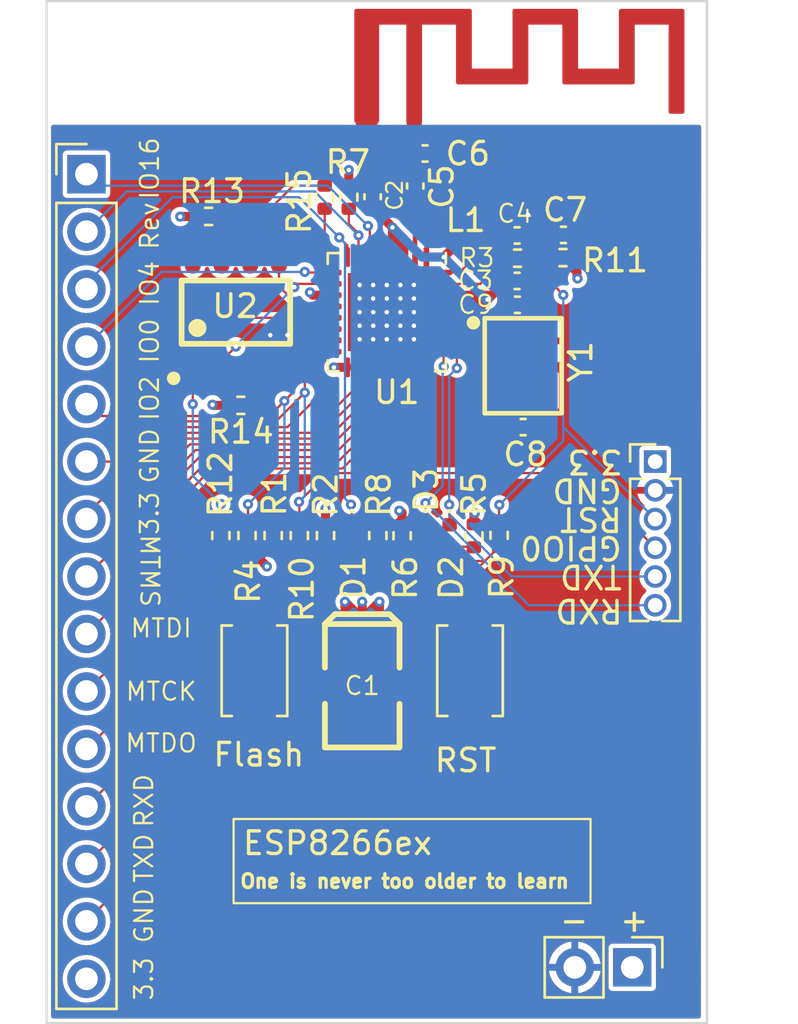
<source format=kicad_pcb>
(kicad_pcb (version 20211014) (generator pcbnew)
  (layers (0 "F.Cu" signal) (1 "In1.Cu" power) (2 "In2.Cu" power) (31 "B.Cu" signal) (34 "B.Paste" user) (35 "F.Paste" user) (36 "B.SilkS" user "B.Silkscreen") (37 "F.SilkS" user "F.Silkscreen") (38 "B.Mask" user) (39 "F.Mask" user) (44 "Edge.Cuts" user))
  (net 0 "")
  (net 1 "+3V3")
  (net 2 "GND")
  (net 3 "Net-(C5-Pad1)")
  (net 4 "Net-(C5-Pad2)")
  (net 5 "/RST")
  (net 6 "Net-(C8-Pad2)")
  (net 7 "Net-(C9-Pad2)")
  (net 8 "/GPIO16")
  (net 9 "Net-(D1-Pad2)")
  (net 10 "/TXD")
  (net 11 "Net-(D2-Pad2)")
  (net 12 "/RXD")
  (net 13 "Net-(D3-Pad2)")
  (net 14 "/GPIO0")
  (net 15 "/ADC_IN")
  (net 16 "/SD3{slash}CS")
  (net 17 "/SD2{slash}GPIO9")
  (net 18 "/SD1{slash}INT")
  (net 19 "/CMD{slash}MOSI")
  (net 20 "/SD0{slash}MISO")
  (net 21 "/SCLK")
  (net 22 "/CHIP_PU")
  (net 23 "/GPIO5")
  (net 24 "/GPIO4")
  (net 25 "/GPIO2")
  (net 26 "/MTMS")
  (net 27 "/MTDI")
  (net 28 "/MTCK")
  (net 29 "/MTDO")
  (net 30 "Net-(R3-Pad2)")
  (net 31 "Net-(R8-Pad2)")
  (net 32 "Net-(R10-Pad2)")
  (net 33 "Net-(R13-Pad1)")
  (net 34 "Net-(R14-Pad1)")
  (net 35 "Net-(R15-Pad1)")
  (footprint "Resistor_SMD:R_0402_1005Metric" (layer "F.Cu") (at 136.608 129.243 -90)
    (fp_text reference "R9")
    (fp_text value "470")
  )
  (footprint "Inductor_SMD:L_0402_1005Metric" (layer "F.Cu") (at 133.372 115.25)
    (fp_text reference "L1")
    (fp_text value "1.5nH")
  )
  (footprint "Resistor_SMD:R_0402_1005Metric" (layer "F.Cu") (at 131.246501 129.255207 -90)
    (fp_text reference "R8")
    (fp_text value "0")
  )
  (footprint "LED_SMD:LED_0402_1005Metric" (layer "F.Cu") (at 134.42161 129.263 -90)
    (fp_text reference "D2")
    (fp_text value "TXD")
  )
  (footprint "Package_DFN_QFN:QFN-32-1EP_5x5mm_P0.5mm_EP3.45x3.45mm" (layer "F.Cu") (at 131.642 119.38 -90)
    (fp_text reference "U1")
    (fp_text value "ESP8266EX")
  )
  (footprint "Resistor_SMD:R_0402_1005Metric" (layer "F.Cu") (at 135.49322 129.263 -90)
    (fp_text reference "R5")
    (fp_text value "1k")
  )
  (footprint "Capacitor_SMD:C_0402_1005Metric" (layer "F.Cu") (at 131.016006 114.28 -90)
    (fp_text reference "C2")
    (fp_text value "1uF")
  )
  (footprint "Capacitor_SMD:C_0402_1005Metric" (layer "F.Cu") (at 139.452 115.965 180)
    (fp_text reference "C7")
    (fp_text value "470pf")
  )
  (footprint "Resistor_SMD:R_0402_1005Metric" (layer "F.Cu") (at 139.432 116.97)
    (fp_text reference "R11")
    (fp_text value "12K")
  )
  (footprint "Connector_PinHeader_2.54mm:PinHeader_1x15_P2.54mm_Vertical" (layer "F.Cu") (at 118.364 113.284)
    (fp_text reference "J4")
    (fp_text value "Conn_01x15_Female")
  )
  (footprint "My-lib-footprints:RF_2.4GHZ_15.2MM" (layer "F.Cu") (at 132.844 110.974078)
    (fp_text reference "E1")
    (fp_text value "ANTENNA-GROUNDEDTRACE-15.2MM")
  )
  (footprint "Resistor_SMD:R_0402_1005Metric" (layer "F.Cu") (at 125.189 123.5 180)
    (fp_text reference "R14")
    (fp_text value "10K")
  )
  (footprint "My-lib:Button_SMD,3x4x2mm" (layer "F.Cu") (at 125.791 135.2275 -90)
    (fp_text reference "SW2")
    (fp_text value "Flash")
  )
  (footprint "Resistor_SMD:R_0402_1005Metric" (layer "F.Cu") (at 123.765 115.15 180)
    (fp_text reference "R13")
    (fp_text value "10K")
  )
  (footprint "Capacitor_SMD:C_0402_1005Metric" (layer "F.Cu") (at 137.402 118 180)
    (fp_text reference "C3")
    (fp_text value "10uF")
  )
  (footprint "Resistor_SMD:R_0402_1005Metric" (layer "F.Cu") (at 137.422 116.995 180)
    (fp_text reference "R3")
    (fp_text value "12K")
  )
  (footprint "lc_lib:CASE-B_3528" (layer "F.Cu") (at 130.556 135.89 90)
    (fp_text reference "C1")
    (fp_text value "100uf")
  )
  (footprint "Capacitor_SMD:C_0402_1005Metric" (layer "F.Cu") (at 137.414358 119.055837 180)
    (fp_text reference "C9")
    (fp_text value "10pF")
  )
  (footprint "lc_lib:SOP-8_150MIL" (layer "F.Cu") (at 124.97 119.38)
    (fp_text reference "U2")
    (fp_text value "Flash_SOP-8_150mil")
  )
  (footprint "Connector_PinHeader_1.27mm:PinHeader_1x06_P1.27mm_Vertical" (layer "F.Cu") (at 143.51 125.984)
    (fp_text reference "J2")
    (fp_text value "TTL")
  )
  (footprint "LED_SMD:LED_0402_1005Metric" (layer "F.Cu") (at 133.35 129.263 -90)
    (fp_text reference "D3")
    (fp_text value "RXD")
  )
  (footprint "Capacitor_SMD:C_0402_1005Metric" (layer "F.Cu") (at 137.67 124.46)
    (fp_text reference "C8")
    (fp_text value "10pF")
  )
  (footprint "LED_SMD:LED_0402_1005Metric" (layer "F.Cu") (at 130.089724 129.255207 -90)
    (fp_text reference "D1")
    (fp_text value "3.3")
  )
  (footprint "Resistor_SMD:R_0402_1005Metric" (layer "F.Cu") (at 125.462616 129.255207 -90)
    (fp_text reference "R4")
    (fp_text value "12K")
  )
  (footprint "Resistor_SMD:R_0402_1005Metric" (layer "F.Cu") (at 128.896006 114.3 -90)
    (fp_text reference "R15")
    (fp_text value "50")
  )
  (footprint "Capacitor_SMD:C_0402_1005Metric" (layer "F.Cu") (at 132.90103 113.805654 -90)
    (fp_text reference "C5")
    (fp_text value "8.2pF")
  )
  (footprint "My-lib:Button_SMD,3x4x2mm" (layer "F.Cu") (at 135.321 135.2275 -90)
    (fp_text reference "SW1")
    (fp_text value "RST")
  )
  (footprint "Connector_PinHeader_2.54mm:PinHeader_1x02_P2.54mm_Vertical" (layer "F.Cu") (at 142.494 148.336 -90)
    (fp_text reference "J1")
    (fp_text value "power")
  )
  (footprint "Capacitor_SMD:C_0402_1005Metric" (layer "F.Cu") (at 137.402 115.99 180)
    (fp_text reference "C4")
    (fp_text value "0.1uF")
  )
  (footprint "Resistor_SMD:R_0402_1005Metric" (layer "F.Cu") (at 127.77617 129.255207 -90)
    (fp_text reference "R10")
    (fp_text value "470")
  )
  (footprint "Capacitor_SMD:C_0402_1005Metric" (layer "F.Cu") (at 133.332687 112.368194 180)
    (fp_text reference "C6")
    (fp_text value "2.4pF")
  )
  (footprint "Resistor_SMD:R_0402_1005Metric" (layer "F.Cu") (at 124.305839 129.255207 -90)
    (fp_text reference "R12")
    (fp_text value "12K")
  )
  (footprint "Resistor_SMD:R_0402_1005Metric" (layer "F.Cu") (at 128.932947 129.255207 -90)
    (fp_text reference "R2")
    (fp_text value "470")
  )
  (footprint "Resistor_SMD:R_0402_1005Metric" (layer "F.Cu") (at 132.32 129.263 -90)
    (fp_text reference "R6")
    (fp_text value "1k")
  )
  (footprint "Resistor_SMD:R_0402_1005Metric" (layer "F.Cu") (at 126.619393 129.255207 -90)
    (fp_text reference "R1")
    (fp_text value "12K")
  )
  (footprint "Resistor_SMD:R_0402_1005Metric" (layer "F.Cu") (at 129.961006 114.3 90)
    (fp_text reference "R7")
    (fp_text value "12k")
  )
  (footprint "lc_lib:SMD-3225_4P" (layer "F.Cu") (at 137.671152 121.749257 -90)
    (fp_text reference "Y1")
    (fp_text value "26MHz")
  )
  (gr_rect (start 124.87 141.78) (end 140.65 145.5) (layer "F.SilkS") (width 0.1) (fill none))
  (gr_rect (start 145.796 105.635) (end 116.6 150.8) (layer "Edge.Cuts") (width 0.1) (fill none))
  (gr_text "RST" (at 140.666 128.524 180) (layer "F.SilkS") (effects (font (size 1 1))))
  (gr_text "-" (at 139.924 146.25) (layer "F.SilkS") (effects (font (size 1 1))))
  (gr_text "TXD" (at 120.904 143.51 90) (layer "F.SilkS") (effects (font (size 0.8 0.8) (thickness 0.1))))
  (gr_text "GND" (at 121.158 125.73 90) (layer "F.SilkS") (effects (font (size 0.8 0.8) (thickness 0.1))))
  (gr_text "3.3\n" (at 140.832667 125.984 180) (layer "F.SilkS") (effects (font (size 1 1))))
  (gr_text "GPIO0" (at 139.785048 129.794 180) (layer "F.SilkS") (effects (font (size 1 1))))
  (gr_text "MTDO\n" (at 121.666 138.43) (layer "F.SilkS") (effects (font (size 0.8 0.8) (thickness 0.1))))
  (gr_text "IO16" (at 121.158 113.03 90) (layer "F.SilkS") (effects (font (size 0.8 0.8) (thickness 0.1))))
  (gr_text "GND" (at 120.904 146.05 90) (layer "F.SilkS") (effects (font (size 0.8 0.8) (thickness 0.1))))
  (gr_text "+" (at 142.585334 146.25) (layer "F.SilkS") (effects (font (size 1 1))))
  (gr_text "One is never too older to learn" (at 132.43 144.53) (layer "F.SilkS") (effects (font (size 0.6 0.6))))
  (gr_text "IO0" (at 121.158 120.65 90) (layer "F.SilkS") (effects (font (size 0.8 0.8) (thickness 0.1))))
  (gr_text "RXD" (at 140.581046 132.574063 180) (layer "F.SilkS") (effects (font (size 1 1))))
  (gr_text "Rev" (at 121.158 115.57 90) (layer "F.SilkS") (effects (font (size 0.8 0.8) (thickness 0.1))))
  (gr_text "IO2" (at 121.158 123.19 90) (layer "F.SilkS") (effects (font (size 0.8 0.8) (thickness 0.1))))
  (gr_text "3.3\n" (at 121.158 128.27 90) (layer "F.SilkS") (effects (font (size 0.8 0.8) (thickness 0.1))))
  (gr_text "MTCK\n" (at 121.666 136.144) (layer "F.SilkS") (effects (font (size 0.8 0.8) (thickness 0.1))))
  (gr_text "IO4" (at 121.158 118.11 90) (layer "F.SilkS") (effects (font (size 0.8 0.8) (thickness 0.1))))
  (gr_text "GND\n" (at 140.499334 127.254 180) (layer "F.SilkS") (effects (font (size 1 1))))
  (gr_text "RXD\n" (at 120.904 140.97 90) (layer "F.SilkS") (effects (font (size 0.8 0.8) (thickness 0.1))))
  (gr_text "MTMS\n" (at 121.158 130.81 270) (layer "F.SilkS") (effects (font (size 0.8 0.8) (thickness 0.1))))
  (gr_text "ESP8266ex" (at 129.46 142.85) (layer "F.SilkS") (effects (font (size 1 1))))
  (gr_text "3.3\n" (at 120.904 148.844 90) (layer "F.SilkS") (effects (font (size 0.8 0.8) (thickness 0.1))))
  (gr_text "MTDI\n" (at 121.666 133.35) (layer "F.SilkS") (effects (font (size 0.8 0.8) (thickness 0.1))))
  (gr_text "TXD" (at 140.666 131.064 180) (layer "F.SilkS") (effects (font (size 1 1))))
  (segment (start 123.065 115.34) (end 123.255 115.15) (width 0.4) (layer "F.Cu") (net 1))
  (segment (start 132.392 116.135994) (end 131.892 115.635994) (width 0.4) (layer "F.Cu") (net 1))
  (segment (start 134.150543 116.9425) (end 134.158924 116.950881) (width 0.4) (layer "F.Cu") (net 1))
  (segment (start 132.224489 128.146772) (end 132.202145 128.146772) (width 0.4) (layer "F.Cu") (net 1))
  (segment (start 132.392 116.9425) (end 132.392 116.135994) (width 0.4) (layer "F.Cu") (net 1))
  (segment (start 131.892 116.635994) (end 132.010997 116.516997) (width 0.4) (layer "F.Cu") (net 1))
  (segment (start 126.075293 129.765207) (end 126.619393 129.765207) (width 0.4) (layer "F.Cu") (net 1))
  (segment (start 136.0825 118.8395) (end 136.098 118.824) (width 0.4) (layer "F.Cu") (net 1))
  (segment (start 139.942 116.97) (end 139.942 117.495716) (width 0.4) (layer "F.Cu") (net 1))
  (segment (start 128.369407 118.63) (end 128.243907 118.5045) (width 0.4) (layer "F.Cu") (net 1))
  (segment (start 133.392 116.9425) (end 134.150543 116.9425) (width 0.4) (layer "F.Cu") (net 1))
  (segment (start 135.119805 115.99) (end 136.922 115.99) (width 0.4) (layer "F.Cu") (net 1))
  (segment (start 122.520205 115.15) (end 122.511816 115.158389) (width 0.4) (layer "F.Cu") (net 1))
  (segment (start 124.679 123.5) (end 123.963968 123.5) (width 0.4) (layer "F.Cu") (net 1))
  (segment (start 130.556 134.39) (end 130.556 132.1795) (width 0.4) (layer "F.Cu") (net 1))
  (segment (start 130.556 132.9415) (end 129.794 132.1795) (width 0.4) (layer "F.Cu") (net 1))
  (segment (start 135.792 119.13) (end 136.098 118.824) (width 0.4) (layer "F.Cu") (net 1))
  (segment (start 123.255 115.15) (end 122.520205 115.15) (width 0.4) (layer "F.Cu") (net 1))
  (segment (start 131.892 116.9425) (end 131.892 116.635994) (width 0.4) (layer "F.Cu") (net 1))
  (segment (start 129.2045 118.63) (end 128.369407 118.63) (width 0.4) (layer "F.Cu") (net 1))
  (segment (start 128.932947 128.074408) (end 128.932739 128.0742) (width 0.4) (layer "F.Cu") (net 1))
  (segment (start 134.0795 118.8395) (end 136.0825 118.8395) (width 0.4) (layer "F.Cu") (net 1))
  (segment (start 130.556 134.39) (end 130.556 132.9415) (width 0.4) (layer "F.Cu") (net 1))
  (segment (start 126.075293 130.356442) (end 126.341843 130.622992) (width 0.4) (layer "F.Cu") (net 1))
  (segment (start 132.392 116.898) (end 132.010997 116.516997) (width 0.4) (layer "F.Cu") (net 1))
  (segment (start 129.961006 113.101843) (end 129.963353 113.099496) (width 0.4) (layer "F.Cu") (net 1))
  (segment (start 131.892 115.635994) (end 132.264997 116.008991) (width 0.4) (layer "F.Cu") (net 1))
  (segment (start 132.32 128.242284) (end 132.224489 128.146772) (width 0.4) (layer "F.Cu") (net 1))
  (segment (start 129.794 132.1795) (end 129.794 133.628) (width 0.4) (layer "F.Cu") (net 1))
  (segment (start 134.158924 116.950881) (end 135.119805 115.99) (width 0.4) (layer "F.Cu") (net 1))
  (segment (start 134.0795 118.63) (end 136.292 118.63) (width 0.4) (layer "F.Cu") (net 1))
  (segment (start 123.963968 123.5) (end 123.93685 123.472882) (width 0.4) (layer "F.Cu") (net 1))
  (segment (start 134.0795 118.8395) (end 134.0795 118.63) (width 0.4) (layer "F.Cu") (net 1))
  (segment (start 126.075293 129.765207) (end 126.075293 130.356442) (width 0.4) (layer "F.Cu") (net 1))
  (segment (start 130.556 132.9415) (end 131.318 132.1795) (width 0.4) (layer "F.Cu") (net 1))
  (segment (start 128.932947 128.745207) (end 128.932947 128.074408) (width 0.4) (layer "F.Cu") (net 1))
  (segment (start 134.0795 119.13) (end 134.0795 118.8395) (width 0.4) (layer "F.Cu") (net 1))
  (segment (start 132.32 128.753) (end 132.32 128.242284) (width 0.4) (layer "F.Cu") (net 1))
  (segment (start 132.392 116.9425) (end 132.392 116.898) (width 0.4) (layer "F.Cu") (net 1))
  (segment (start 132.010997 116.516997) (end 132.264997 116.262997) (width 0.4) (layer "F.Cu") (net 1))
  (segment (start 136.292 118.63) (end 136.922 118) (width 0.4) (layer "F.Cu") (net 1))
  (segment (start 140.051511 117.869243) (end 140.0765 117.894232) (width 0.4) (layer "F.Cu") (net 1))
  (segment (start 132.264997 116.262997) (end 132.392 116.135994) (width 0.4) (layer "F.Cu") (net 1))
  (segment (start 134.0795 119.13) (end 135.792 119.13) (width 0.4) (layer "F.Cu") (net 1))
  (segment (start 131.318 132.1795) (end 131.318 133.628) (width 0.4) (layer "F.Cu") (net 1))
  (segment (start 132.202145 128.146772) (end 132.195647 128.15327) (width 0.4) (layer "F.Cu") (net 1))
  (segment (start 131.892 115.635994) (end 131.892 116.9425) (width 0.4) (layer "F.Cu") (net 1))
  (segment (start 129.308324 121.8175) (end 129.30148 121.824344) (width 0.4) (layer "F.Cu") (net 1))
  (segment (start 129.961006 113.79) (end 129.961006 113.101843) (width 0.4) (layer "F.Cu") (net 1))
  (segment (start 140.051511 117.605228) (end 140.051511 117.869243) (width 0.4) (layer "F.Cu") (net 1))
  (segment (start 129.892 121.8175) (end 129.308324 121.8175) (width 0.4) (layer "F.Cu") (net 1))
  (segment (start 132.264997 116.008991) (end 132.264997 116.262997) (width 0.4) (layer "F.Cu") (net 1))
  (segment (start 139.942 117.495716) (end 140.051511 117.605228) (width 0.4) (layer "F.Cu") (net 1))
  (segment (start 131.016006 114.76) (end 131.892 115.635994) (width 0.4) (layer "F.Cu") (net 1))
  (segment (start 135.49322 128.3037) (end 135.532897 128.264023) (width 0.4) (layer "F.Cu") (net 1))
  (segment (start 123.065 116.78) (end 123.065 115.34) (width 0.4) (layer "F.Cu") (net 1))
  (segment (start 135.49322 128.753) (end 135.49322 128.3037) (width 0.4) (layer "F.Cu") (net 1))
  (segment (start 131.892 116.9425) (end 132.392 116.9425) (width 0.4) (layer "F.Cu") (net 1))
  (segment (start 136.292 118.63) (end 136.098 118.824) (width 0.4) (layer "F.Cu") (net 1))
  (segment (start 131.318 133.628) (end 130.556 134.39) (width 0.4) (layer "F.Cu") (net 1))
  (segment (start 125.462616 129.765207) (end 126.075293 129.765207) (width 0.4) (layer "F.Cu") (net 1))
  (segment (start 129.794 133.628) (end 130.556 134.39) (width 0.4) (layer "F.Cu") (net 1))
  (via (at 122.511816 115.158389) (size 0.45) (drill 0.2) (layers "F.Cu" "B.Cu") (net 1))
  (via (at 129.963353 113.099496) (size 0.45) (drill 0.2) (layers "F.Cu" "B.Cu") (net 1))
  (via (at 140.0765 117.894232) (size 0.45) (drill 0.2) (layers "F.Cu" "B.Cu") (net 1))
  (via (at 135.532897 128.264023) (size 0.45) (drill 0.2) (layers "F.Cu" "B.Cu") (net 1))
  (via (at 132.195647 128.15327) (size 0.45) (drill 0.2) (layers "F.Cu" "B.Cu") (net 1))
  (via (at 130.556 132.1795) (size 0.45) (drill 0.2) (layers "F.Cu" "B.Cu") (net 1))
  (via (at 134.158924 116.950881) (size 0.45) (drill 0.2) (layers "F.Cu" "B.Cu") (net 1))
  (via (at 128.243907 118.5045) (size 0.45) (drill 0.2) (layers "F.Cu" "B.Cu") (net 1))
  (via (at 128.932739 128.0742) (size 0.45) (drill 0.2) (layers "F.Cu" "B.Cu") (net 1))
  (via (at 136.098 118.824) (size 0.45) (drill 0.2) (layers "F.Cu" "B.Cu") (net 1))
  (via (at 129.794 132.1795) (size 0.45) (drill 0.2) (layers "F.Cu" "B.Cu") (net 1))
  (via (at 126.341843 130.622992) (size 0.45) (drill 0.2) (layers "F.Cu" "B.Cu") (net 1))
  (via (at 131.318 132.1795) (size 0.45) (drill 0.2) (layers "F.Cu" "B.Cu") (net 1))
  (via (at 123.93685 123.472882) (size 0.45) (drill 0.2) (layers "F.Cu" "B.Cu") (net 1))
  (via (at 129.30148 121.824344) (size 0.45) (drill 0.2) (layers "F.Cu" "B.Cu") (net 1))
  (via (at 131.892 115.635994) (size 0.45) (drill 0.2) (layers "F.Cu" "B.Cu") (net 1))
  (segment (start 136.098 118.824) (end 136.032043 118.824) (width 0.4) (layer "B.Cu") (net 1))
  (segment (start 136.032043 118.824) (end 134.158924 116.950881) (width 0.4) (layer "B.Cu") (net 1))
  (segment (start 133.206887 116.950881) (end 131.892 115.635994) (width 0.4) (layer "B.Cu") (net 1))
  (segment (start 134.158924 116.950881) (end 133.206887 116.950881) (width 0.4) (layer "B.Cu") (net 1))
  (segment (start 137.882 115.99) (end 137.882 115.072204) (width 0.4) (layer "F.Cu") (net 2))
  (via (at 131.042 118.78) (size 0.45) (drill 0.2) (layers "F.Cu" "B.Cu") (net 2))
  (via (at 132.242 120.58) (size 0.45) (drill 0.2) (layers "F.Cu" "B.Cu") (net 2))
  (via (at 132.842 119.38) (size 0.45) (drill 0.2) (layers "F.Cu" "B.Cu") (net 2))
  (via (at 132.842 119.98) (size 0.45) (drill 0.2) (layers "F.Cu" "B.Cu") (net 2))
  (via (at 132.842 118.78) (size 0.45) (drill 0.2) (layers "F.Cu" "B.Cu") (net 2))
  (via (at 131.642 120.58) (size 0.45) (drill 0.2) (layers "F.Cu" "B.Cu") (net 2))
  (via (at 131.642 119.38) (size 0.45) (drill 0.2) (layers "F.Cu" "B.Cu") (net 2))
  (via (at 132.242 119.38) (size 0.45) (drill 0.2) (layers "F.Cu" "B.Cu") (net 2))
  (via (at 132.242 119.98) (size 0.45) (drill 0.2) (layers "F.Cu" "B.Cu") (net 2))
  (via (at 132.842 120.58) (size 0.45) (drill 0.2) (layers "F.Cu" "B.Cu") (net 2))
  (via (at 130.442 119.38) (size 0.45) (drill 0.2) (layers "F.Cu" "B.Cu") (net 2))
  (via (at 131.042 119.38) (size 0.45) (drill 0.2) (layers "F.Cu" "B.Cu") (net 2))
  (via (at 132.242 118.78) (size 0.45) (drill 0.2) (layers "F.Cu" "B.Cu") (net 2))
  (via (at 132.242 118.18) (size 0.45) (drill 0.2) (layers "F.Cu" "B.Cu") (net 2))
  (via (at 130.442 119.98) (size 0.45) (drill 0.2) (layers "F.Cu" "B.Cu") (net 2))
  (via (at 131.042 118.18) (size 0.45) (drill 0.2) (layers "F.Cu" "B.Cu") (net 2))
  (via (at 132.842 118.18) (size 0.45) (drill 0.2) (layers "F.Cu" "B.Cu") (net 2))
  (via (at 126.492 120.396) (size 0.45) (drill 0.2) (layers "F.Cu" "B.Cu") (net 2))
  (via (at 131.042 120.58) (size 0.45) (drill 0.2) (layers "F.Cu" "B.Cu") (net 2))
  (via (at 137.882 115.072204) (size 0.45) (drill 0.2) (layers "F.Cu" "B.Cu") (net 2))
  (via (at 127.254 120.396) (size 0.45) (drill 0.2) (layers "F.Cu" "B.Cu") (net 2))
  (via (at 131.642 118.78) (size 0.45) (drill 0.2) (layers "F.Cu" "B.Cu") (net 2))
  (via (at 131.042 119.98) (size 0.45) (drill 0.2) (layers "F.Cu" "B.Cu") (net 2))
  (via (at 131.642 118.18) (size 0.45) (drill 0.2) (layers "F.Cu" "B.Cu") (net 2))
  (via (at 131.642 119.98) (size 0.45) (drill 0.2) (layers "F.Cu" "B.Cu") (net 2))
  (via (at 130.442 118.78) (size 0.45) (drill 0.2) (layers "F.Cu" "B.Cu") (net 2))
  (via (at 130.442 118.18) (size 0.45) (drill 0.2) (layers "F.Cu" "B.Cu") (net 2))
  (via (at 130.442 120.58) (size 0.45) (drill 0.2) (layers "F.Cu" "B.Cu") (net 2))
  (segment (start 132.852687 111.325064) (end 132.854954 111.322797) (width 0.2) (layer "F.Cu") (net 3))
  (segment (start 132.90103 113.325654) (end 132.90103 112.416537) (width 0.2) (layer "F.Cu") (net 3))
  (segment (start 132.90103 112.416537) (end 132.852687 112.368194) (width 0.2) (layer "F.Cu") (net 3))
  (segment (start 132.852687 112.368194) (end 132.852687 111.325064) (width 0.2) (layer "F.Cu") (net 3))
  (segment (start 132.887 115.25) (end 132.887 114.299684) (width 0.2) (layer "F.Cu") (net 4))
  (segment (start 132.887 114.299684) (end 132.90103 114.285654) (width 0.2) (layer "F.Cu") (net 4))
  (segment (start 132.892 116.9425) (end 132.892 115.255) (width 0.2) (layer "F.Cu") (net 4))
  (segment (start 132.892 115.255) (end 132.887 115.25) (width 0.2) (layer "F.Cu") (net 4))
  (segment (start 134.0795 117.63) (end 134.848 117.63) (width 0.1) (layer "F.Cu") (net 5))
  (segment (start 138.459586 116.477414) (end 138.972 115.965) (width 0.1) (layer "F.Cu") (net 5))
  (segment (start 138.922 116.97) (end 138.922 118.094) (width 0.1) (layer "F.Cu") (net 5))
  (segment (start 134.848 117.63) (end 136.000586 116.477414) (width 0.1) (layer "F.Cu") (net 5))
  (segment (start 138.922 116.939828) (end 138.459586 116.477414) (width 0.1) (layer "F.Cu") (net 5))
  (segment (start 138.922 118.094) (end 139.446 118.618) (width 0.1) (layer "F.Cu") (net 5))
  (segment (start 136.000586 116.477414) (end 138.459586 116.477414) (width 0.1) (layer "F.Cu") (net 5))
  (segment (start 136.608 128.733) (end 136.608 127.906104) (width 0.1) (layer "F.Cu") (net 5))
  (segment (start 138.922 116.97) (end 138.922 116.939828) (width 0.1) (layer "F.Cu") (net 5))
  (segment (start 136.608 127.906104) (end 136.618467 127.895637) (width 0.1) (layer "F.Cu") (net 5))
  (via (at 136.618467 127.895637) (size 0.45) (drill 0.2) (layers "F.Cu" "B.Cu") (net 5))
  (via (at 139.446 118.618) (size 0.45) (drill 0.2) (layers "F.Cu" "B.Cu") (net 5))
  (segment (start 139.446 118.618) (end 139.446 124.206) (width 0.1) (layer "B.Cu") (net 5))
  (segment (start 139.446 124.46) (end 143.51 128.524) (width 0.1) (layer "B.Cu") (net 5))
  (segment (start 136.618467 127.895637) (end 139.446 125.068104) (width 0.1) (layer "B.Cu") (net 5))
  (segment (start 139.446 125.068104) (end 139.446 124.206) (width 0.1) (layer "B.Cu") (net 5))
  (segment (start 139.446 124.206) (end 139.446 124.46) (width 0.1) (layer "B.Cu") (net 5))
  (segment (start 138.15 124.46) (end 138.471152 124.138848) (width 0.1) (layer "F.Cu") (net 6))
  (segment (start 136.313873 121.666) (end 137.478948 121.666) (width 0.1) (layer "F.Cu") (net 6))
  (segment (start 138.471152 124.138848) (end 138.471152 122.849257) (width 0.1) (layer "F.Cu") (net 6))
  (segment (start 134.777873 120.13) (end 136.313873 121.666) (width 0.1) (layer "F.Cu") (net 6))
  (segment (start 138.471152 122.658204) (end 138.471152 122.849257) (width 0.1) (layer "F.Cu") (net 6))
  (segment (start 137.478948 121.666) (end 138.471152 122.658204) (width 0.1) (layer "F.Cu") (net 6))
  (segment (start 134.0795 120.13) (end 134.777873 120.13) (width 0.1) (layer "F.Cu") (net 6))
  (segment (start 135.637257 120.649257) (end 136.871152 120.649257) (width 0.1) (layer "F.Cu") (net 7))
  (segment (start 134.0795 119.63) (end 134.618 119.63) (width 0.1) (layer "F.Cu") (net 7))
  (segment (start 136.871152 119.119043) (end 136.934358 119.055837) (width 0.1) (layer "F.Cu") (net 7))
  (segment (start 136.871152 120.649257) (end 136.871152 119.119043) (width 0.1) (layer "F.Cu") (net 7))
  (segment (start 134.618 119.63) (end 135.637257 120.649257) (width 0.1) (layer "F.Cu") (net 7))
  (segment (start 131.221501 128.770207) (end 131.246501 128.745207) (width 0.1) (layer "F.Cu") (net 8))
  (segment (start 130.089724 128.770207) (end 131.221501 128.770207) (width 0.1) (layer "F.Cu") (net 8))
  (segment (start 130.089724 128.770207) (end 130.089724 127.914328) (width 0.1) (layer "F.Cu") (net 8))
  (segment (start 129.892 116.9425) (end 129.892 116.43) (width 0.1) (layer "F.Cu") (net 8))
  (segment (start 129.892 116.43) (end 129.54 116.078) (width 0.1) (layer "F.Cu") (net 8))
  (segment (start 130.089724 127.914328) (end 130.060572 127.885176) (width 0.1) (layer "F.Cu") (net 8))
  (via (at 129.54 116.078) (size 0.45) (drill 0.2) (layers "F.Cu" "B.Cu") (net 8))
  (via (at 130.060572 127.885176) (size 0.45) (drill 0.2) (layers "F.Cu" "B.Cu") (net 8))
  (segment (start 122.174 114.3) (end 118.364 118.11) (width 0.1) (layer "B.Cu") (net 8))
  (segment (start 129.794 127.618604) (end 129.794 116.332) (width 0.1) (layer "B.Cu") (net 8))
  (segment (start 127.762 114.3) (end 122.174 114.3) (width 0.1) (layer "B.Cu") (net 8))
  (segment (start 129.794 116.332) (end 129.54 116.078) (width 0.1) (layer "B.Cu") (net 8))
  (segment (start 129.54 116.078) (end 127.762 114.3) (width 0.1) (layer "B.Cu") (net 8))
  (segment (start 118.364 118.11) (end 118.364 118.364) (width 0.1) (layer "B.Cu") (net 8))
  (segment (start 130.060572 127.885176) (end 129.794 127.618604) (width 0.1) (layer "B.Cu") (net 8))
  (segment (start 128.932947 129.765207) (end 130.064724 129.765207) (width 0.1) (layer "F.Cu") (net 9))
  (segment (start 130.064724 129.765207) (end 130.089724 129.740207) (width 0.1) (layer "F.Cu") (net 9))
  (segment (start 134.316841 120.63) (end 134.0795 120.63) (width 0.1) (layer "F.Cu") (net 10))
  (segment (start 134.402665 127.889523) (end 134.42161 128.778) (width 0.1) (layer "F.Cu") (net 10))
  (segment (start 134.7408 121.053959) (end 134.316841 120.63) (width 0.1) (layer "F.Cu") (net 10))
  (segment (start 134.7408 121.855775) (end 134.7408 121.053959) (width 0.1) (layer "F.Cu") (net 10))
  (via (at 134.402665 127.889523) (size 0.45) (drill 0.2) (layers "F.Cu" "B.Cu") (net 10))
  (via (at 134.7408 121.855775) (size 0.45) (drill 0.2) (layers "F.Cu" "B.Cu") (net 10))
  (segment (start 134.402665 127.889523) (end 134.402665 128.306665) (width 0.1) (layer "B.Cu") (net 10))
  (segment (start 137.16 131.064) (end 143.51 131.064) (width 0.1) (layer "B.Cu") (net 10))
  (segment (start 134.402665 128.306665) (end 137.16 131.064) (width 0.1) (layer "B.Cu") (net 10))
  (segment (start 134.402665 122.19391) (end 134.7408 121.855775) (width 0.1) (layer "B.Cu") (net 10))
  (segment (start 134.402665 127.889523) (end 134.402665 122.19391) (width 0.1) (layer "B.Cu") (net 10))
  (segment (start 135.46822 129.748) (end 135.49322 129.773) (width 0.1) (layer "F.Cu") (net 11))
  (segment (start 134.42161 129.748) (end 135.46822 129.748) (width 0.1) (layer "F.Cu") (net 11))
  (segment (start 134.156177 121.206677) (end 134.0795 121.13) (width 0.1) (layer "F.Cu") (net 12))
  (segment (start 134.156177 121.78034) (end 134.156177 121.206677) (width 0.1) (layer "F.Cu") (net 12))
  (segment (start 133.35 127.8225) (end 133.35 128.778) (width 0.1) (layer "F.Cu") (net 12))
  (via (at 134.156177 121.78034) (size 0.45) (drill 0.2) (layers "F.Cu" "B.Cu") (net 12))
  (via (at 133.35 127.8225) (size 0.45) (drill 0.2) (layers "F.Cu" "B.Cu") (net 12))
  (segment (start 134.112 127.070162) (end 134.112 121.824517) (width 0.1) (layer "B.Cu") (net 12))
  (segment (start 137.922 132.334) (end 143.51 132.334) (width 0.1) (layer "B.Cu") (net 12))
  (segment (start 133.359662 127.8225) (end 134.112 127.070162) (width 0.1) (layer "B.Cu") (net 12))
  (segment (start 133.35 127.8225) (end 133.359662 127.8225) (width 0.1) (layer "B.Cu") (net 12))
  (segment (start 134.112 121.824517) (end 134.156177 121.78034) (width 0.1) (layer "B.Cu") (net 12))
  (segment (start 133.35 127.8225) (end 133.4105 127.8225) (width 0.1) (layer "B.Cu") (net 12))
  (segment (start 133.4105 127.8225) (end 137.922 132.334) (width 0.1) (layer "B.Cu") (net 12))
  (segment (start 133.325 129.773) (end 133.35 129.748) (width 0.1) (layer "F.Cu") (net 13))
  (segment (start 132.32 129.773) (end 133.325 129.773) (width 0.1) (layer "F.Cu") (net 13))
  (segment (start 129.032 126.492) (end 140.208 126.492) (width 0.1) (layer "F.Cu") (net 14))
  (segment (start 121.92 124.206) (end 120.142 125.984) (width 0.1) (layer "F.Cu") (net 14))
  (segment (start 120.142 125.984) (end 118.364 125.984) (width 0.1) (layer "F.Cu") (net 14))
  (segment (start 127.77617 128.745207) (end 127.77617 127.77617) (width 0.1) (layer "F.Cu") (net 14))
  (segment (start 127.762 127.762) (end 129.032 126.492) (width 0.1) (layer "F.Cu") (net 14))
  (segment (start 126.619393 128.745207) (end 127.77617 128.745207) (width 0.1) (layer "F.Cu") (net 14))
  (segment (start 127.77617 127.77617) (end 127.762 127.762) (width 0.1) (layer "F.Cu") (net 14))
  (segment (start 128.016 121.333672) (end 128.016 122.936) (width 0.1) (layer "F.Cu") (net 14))
  (segment (start 129.2045 120.63) (end 128.719672 120.63) (width 0.1) (layer "F.Cu") (net 14))
  (segment (start 126.746 124.206) (end 121.92 124.206) (width 0.1) (layer "F.Cu") (net 14))
  (segment (start 128.016 122.936) (end 126.746 124.206) (width 0.1) (layer "F.Cu") (net 14))
  (segment (start 128.719672 120.63) (end 128.016 121.333672) (width 0.1) (layer "F.Cu") (net 14))
  (segment (start 140.208 126.492) (end 143.51 129.794) (width 0.1) (layer "F.Cu") (net 14))
  (via (at 127.762 127.762) (size 0.45) (drill 0.2) (layers "F.Cu" "B.Cu") (net 14))
  (via (at 128.016 122.936) (size 0.45) (drill 0.2) (layers "F.Cu" "B.Cu") (net 14))
  (segment (start 128.016 127.508) (end 128.016 122.936) (width 0.1) (layer "B.Cu") (net 14))
  (segment (start 127.762 127.762) (end 128.016 127.508) (width 0.1) (layer "B.Cu") (net 14))
  (segment (start 130.892 115.652) (end 130.81 115.57) (width 0.1) (layer "F.Cu") (net 15))
  (segment (start 130.892 116.9425) (end 130.892 115.652) (width 0.1) (layer "F.Cu") (net 15))
  (via (at 130.81 115.57) (size 0.45) (drill 0.2) (layers "F.Cu" "B.Cu") (net 15))
  (segment (start 118.364 113.284) (end 118.872 113.792) (width 0.1) (layer "B.Cu") (net 15))
  (segment (start 129.032 113.792) (end 130.81 115.57) (width 0.1) (layer "B.Cu") (net 15))
  (segment (start 118.872 113.792) (end 129.032 113.792) (width 0.1) (layer "B.Cu") (net 15))
  (segment (start 128.52051 124.968) (end 122.682 124.968) (width 0.1) (layer "F.Cu") (net 16))
  (segment (start 122.682 124.968) (end 120.65 127) (width 0.1) (layer "F.Cu") (net 16))
  (segment (start 120.65 127) (end 120.65 131.318) (width 0.1) (layer "F.Cu") (net 16))
  (segment (start 130.892 122.59651) (end 128.52051 124.968) (width 0.1) (layer "F.Cu") (net 16))
  (segment (start 120.65 131.318) (end 118.364 133.604) (width 0.1) (layer "F.Cu") (net 16))
  (segment (start 130.892 121.8175) (end 130.892 122.59651) (width 0.1) (layer "F.Cu") (net 16))
  (segment (start 120.307728 129.120272) (end 120.307728 126.862435) (width 0.1) (layer "F.Cu") (net 17))
  (segment (start 120.307728 126.862435) (end 122.456163 124.714) (width 0.1) (layer "F.Cu") (net 17))
  (segment (start 128.27 124.714) (end 130.392 122.592) (width 0.1) (layer "F.Cu") (net 17))
  (segment (start 122.456163 124.714) (end 128.27 124.714) (width 0.1) (layer "F.Cu") (net 17))
  (segment (start 118.364 131.064) (end 120.307728 129.120272) (width 0.1) (layer "F.Cu") (net 17))
  (segment (start 130.392 122.592) (end 130.392 121.8175) (width 0.1) (layer "F.Cu") (net 17))
  (segment (start 118.364 143.764) (end 121.778346 140.349654) (width 0.1) (layer "F.Cu") (net 18))
  (segment (start 121.778346 140.349654) (end 121.778346 127.903654) (width 0.1) (layer "F.Cu") (net 18))
  (segment (start 123.625691 126.056309) (end 129.417448 126.056309) (width 0.1) (layer "F.Cu") (net 18))
  (segment (start 121.778346 127.903654) (end 123.625691 126.056309) (width 0.1) (layer "F.Cu") (net 18))
  (segment (start 132.892 122.581757) (end 132.892 121.8175) (width 0.1) (layer "F.Cu") (net 18))
  (segment (start 129.417448 126.056309) (end 132.892 122.581757) (width 0.1) (layer "F.Cu") (net 18))
  (segment (start 131.392 121.8175) (end 131.392 122.595439) (width 0.1) (layer "F.Cu") (net 19))
  (segment (start 122.936 125.222) (end 120.904 127.254) (width 0.1) (layer "F.Cu") (net 19))
  (segment (start 120.904 133.604) (end 118.364 136.144) (width 0.1) (layer "F.Cu") (net 19))
  (segment (start 120.904 127.254) (end 120.904 133.604) (width 0.1) (layer "F.Cu") (net 19))
  (segment (start 131.392 122.595439) (end 128.765439 125.222) (width 0.1) (layer "F.Cu") (net 19))
  (segment (start 128.765439 125.222) (end 122.936 125.222) (width 0.1) (layer "F.Cu") (net 19))
  (segment (start 132.392 122.589807) (end 129.197318 125.784489) (width 0.1) (layer "F.Cu") (net 20))
  (segment (start 129.197318 125.784489) (end 123.361359 125.784489) (width 0.1) (layer "F.Cu") (net 20))
  (segment (start 132.392 121.8175) (end 132.392 122.589807) (width 0.1) (layer "F.Cu") (net 20))
  (segment (start 121.412 127.733848) (end 121.412 138.176) (width 0.1) (layer "F.Cu") (net 20))
  (segment (start 123.361359 125.784489) (end 121.412 127.733848) (width 0.1) (layer "F.Cu") (net 20))
  (segment (start 121.412 138.176) (end 118.364 141.224) (width 0.1) (layer "F.Cu") (net 20))
  (segment (start 131.892 121.8175) (end 131.892 122.573433) (width 0.1) (layer "F.Cu") (net 21))
  (segment (start 121.158 127.508) (end 121.158 135.89) (width 0.1) (layer "F.Cu") (net 21))
  (segment (start 131.892 122.573433) (end 128.989433 125.476) (width 0.1) (layer "F.Cu") (net 21))
  (segment (start 123.19 125.476) (end 121.158 127.508) (width 0.1) (layer "F.Cu") (net 21))
  (segment (start 128.989433 125.476) (end 123.19 125.476) (width 0.1) (layer "F.Cu") (net 21))
  (segment (start 121.158 135.89) (end 118.364 138.684) (width 0.1) (layer "F.Cu") (net 21))
  (segment (start 130.392 115.912) (end 130.392 115.988) (width 0.1) (layer "F.Cu") (net 22))
  (segment (start 129.961006 114.81) (end 129.961006 115.481006) (width 0.1) (layer "F.Cu") (net 22))
  (segment (start 130.392 115.988) (end 130.392 116.9425) (width 0.1) (layer "F.Cu") (net 22))
  (segment (start 129.961006 115.481006) (end 130.392 115.912) (width 0.1) (layer "F.Cu") (net 22))
  (via (at 130.392 115.988) (size 0.45) (drill 0.2) (layers "F.Cu" "B.Cu") (net 22))
  (segment (start 120.142 114.046) (end 118.364 115.824) (width 0.1) (layer "B.Cu") (net 22))
  (segment (start 128.45 114.046) (end 120.142 114.046) (width 0.1) (layer "B.Cu") (net 22))
  (segment (start 130.392 115.988) (end 128.45 114.046) (width 0.1) (layer "B.Cu") (net 22))
  (segment (start 122.174 142.494) (end 118.364 146.304) (width 0.1) (layer "F.Cu") (net 23))
  (segment (start 133.392 122.580686) (end 129.680197 126.292489) (width 0.1) (layer "F.Cu") (net 23))
  (segment (start 122.174 128.030076) (end 122.174 142.494) (width 0.1) (layer "F.Cu") (net 23))
  (segment (start 123.911587 126.292489) (end 122.174 128.030076) (width 0.1) (layer "F.Cu") (net 23))
  (segment (start 133.392 121.8175) (end 133.392 122.580686) (width 0.1) (layer "F.Cu") (net 23))
  (segment (start 129.680197 126.292489) (end 123.911587 126.292489) (width 0.1) (layer "F.Cu") (net 23))
  (segment (start 128.524 121.666) (end 129.06 121.13) (width 0.1) (layer "F.Cu") (net 24))
  (segment (start 127.254 124.46) (end 128.524 123.19) (width 0.1) (layer "F.Cu") (net 24))
  (segment (start 122.231131 124.46) (end 127.254 124.46) (width 0.1) (layer "F.Cu") (net 24))
  (segment (start 128.524 123.19) (end 128.524 121.666) (width 0.1) (layer "F.Cu") (net 24))
  (segment (start 118.364 128.327131) (end 122.231131 124.46) (width 0.1) (layer "F.Cu") (net 24))
  (segment (start 129.06 121.13) (end 129.2045 121.13) (width 0.1) (layer "F.Cu") (net 24))
  (segment (start 118.364 128.524) (end 118.364 128.327131) (width 0.1) (layer "F.Cu") (net 24))
  (segment (start 126.452856 123.96952) (end 127.116188 123.306188) (width 0.1) (layer "F.Cu") (net 25))
  (segment (start 128.719672 120.13) (end 127.54952 121.300152) (width 0.1) (layer "F.Cu") (net 25))
  (segment (start 125.506591 128.701232) (end 125.462616 128.745207) (width 0.1) (layer "F.Cu") (net 25))
  (segment (start 125.506591 127.869952) (end 125.506591 128.701232) (width 0.1) (layer "F.Cu") (net 25))
  (segment (start 127.54952 122.872856) (end 127.116188 123.306188) (width 0.1) (layer "F.Cu") (net 25))
  (segment (start 118.88952 123.96952) (end 126.452856 123.96952) (width 0.1) (layer "F.Cu") (net 25))
  (segment (start 118.364 123.444) (end 118.88952 123.96952) (width 0.1) (layer "F.Cu") (net 25))
  (segment (start 127.54952 121.300152) (end 127.54952 122.872856) (width 0.1) (layer "F.Cu") (net 25))
  (segment (start 129.2045 120.13) (end 128.719672 120.13) (width 0.1) (layer "F.Cu") (net 25))
  (via (at 127.116188 123.306188) (size 0.45) (drill 0.2) (layers "F.Cu" "B.Cu") (net 25))
  (via (at 125.506591 127.869952) (size 0.45) (drill 0.2) (layers "F.Cu" "B.Cu") (net 25))
  (segment (start 125.506591 127.869952) (end 127.116188 126.260355) (width 0.1) (layer "B.Cu") (net 25))
  (segment (start 127.116188 126.260355) (end 127.116188 123.306188) (width 0.1) (layer "B.Cu") (net 25))
  (segment (start 129.2045 117.63) (end 128.044 117.63) (width 0.1) (layer "F.Cu") (net 26))
  (segment (start 129.2045 117.63) (end 128.896006 117.321506) (width 0.1) (layer "F.Cu") (net 26))
  (segment (start 128.896006 117.321506) (end 128.896006 114.81) (width 0.1) (layer "F.Cu") (net 26))
  (segment (start 128.044 117.63) (end 128.016 117.602) (width 0.1) (layer "F.Cu") (net 26))
  (via (at 128.016 117.602) (size 0.45) (drill 0.2) (layers "F.Cu" "B.Cu") (net 26))
  (segment (start 128.016 117.602) (end 121.666 117.602) (width 0.1) (layer "B.Cu") (net 26))
  (segment (start 121.666 117.602) (end 118.364 120.904) (width 0.1) (layer "B.Cu") (net 26))
  (segment (start 124.97 120.904) (end 124.335 121.539) (width 0.1) (layer "F.Cu") (net 27))
  (segment (start 127.699155 118.13) (end 127.553583 118.275572) (width 0.1) (layer "F.Cu") (net 27))
  (segment (start 124.335 121.539) (end 124.335 121.98) (width 0.1) (layer "F.Cu") (net 27))
  (segment (start 129.2045 118.13) (end 127.699155 118.13) (width 0.1) (layer "F.Cu") (net 27))
  (via (at 124.97 120.904) (size 0.45) (drill 0.2) (layers "F.Cu" "B.Cu") (net 27))
  (via (at 127.553583 118.275572) (size 0.45) (drill 0.2) (layers "F.Cu" "B.Cu") (net 27))
  (segment (start 124.97 120.859155) (end 124.97 120.904) (width 0.1) (layer "B.Cu") (net 27))
  (segment (start 127.553583 118.275572) (end 124.97 120.859155) (width 0.1) (layer "B.Cu") (net 27))
  (segment (start 129.2045 119.13) (end 127.768 119.13) (width 0.1) (layer "F.Cu") (net 28))
  (segment (start 126.875 118.237) (end 126.875 116.78) (width 0.1) (layer "F.Cu") (net 28))
  (segment (start 127.768 119.13) (end 126.875 118.237) (width 0.1) (layer "F.Cu") (net 28))
  (segment (start 123.065 121.2515) (end 123.065 121.98) (width 0.1) (layer "F.Cu") (net 29))
  (segment (start 123.065 121.98) (end 123.065 123.444) (width 0.1) (layer "F.Cu") (net 29))
  (segment (start 124.6865 119.63) (end 123.065 121.2515) (width 0.1) (layer "F.Cu") (net 29))
  (segment (start 124.305839 128.745207) (end 124.305839 127.863741) (width 0.1) (layer "F.Cu") (net 29))
  (segment (start 124.305839 127.863741) (end 124.309057 127.860523) (width 0.1) (layer "F.Cu") (net 29))
  (segment (start 129.2045 119.63) (end 124.6865 119.63) (width 0.1) (layer "F.Cu") (net 29))
  (via (at 124.309057 127.860523) (size 0.45) (drill 0.2) (layers "F.Cu" "B.Cu") (net 29))
  (via (at 123.065 123.444) (size 0.45) (drill 0.2) (layers "F.Cu" "B.Cu") (net 29))
  (segment (start 123.065 126.616466) (end 123.065 123.444) (width 0.1) (layer "B.Cu") (net 29))
  (segment (start 124.309057 127.860523) (end 123.065 126.616466) (width 0.1) (layer "B.Cu") (net 29))
  (segment (start 134.0795 118.13) (end 135.777 118.13) (width 0.1) (layer "F.Cu") (net 30))
  (segment (start 135.777 118.13) (end 136.912 116.995) (width 0.1) (layer "F.Cu") (net 30))
  (segment (start 135.9825 130.3785) (end 136.608 129.753) (width 0.1) (layer "F.Cu") (net 31))
  (segment (start 135.321 131.04) (end 135.321 133.1525) (width 0.1) (layer "F.Cu") (net 31))
  (segment (start 131.246501 129.765207) (end 131.859794 130.3785) (width 0.1) (layer "F.Cu") (net 31))
  (segment (start 135.9825 130.3785) (end 135.321 131.04) (width 0.1) (layer "F.Cu") (net 31))
  (segment (start 131.859794 130.3785) (end 135.9825 130.3785) (width 0.1) (layer "F.Cu") (net 31))
  (segment (start 127.77617 131.04983) (end 125.791 133.035) (width 0.1) (layer "F.Cu") (net 32))
  (segment (start 127.77617 129.765207) (end 127.77617 131.04983) (width 0.1) (layer "F.Cu") (net 32))
  (segment (start 125.791 133.035) (end 125.791 133.1525) (width 0.1) (layer "F.Cu") (net 32))
  (segment (start 124.335 116.78) (end 124.335 115.21) (width 0.1) (layer "F.Cu") (net 33))
  (segment (start 124.335 115.21) (end 124.275 115.15) (width 0.1) (layer "F.Cu") (net 33))
  (segment (start 125.605 123.406) (end 125.605 121.98) (width 0.1) (layer "F.Cu") (net 34))
  (segment (start 125.699 123.5) (end 125.605 123.406) (width 0.1) (layer "F.Cu") (net 34))
  (segment (start 127.512 113.79) (end 128.896006 113.79) (width 0.1) (layer "F.Cu") (net 35))
  (segment (start 125.605 116.78) (end 125.605 115.697) (width 0.1) (layer "F.Cu") (net 35))
  (segment (start 125.605 115.697) (end 127.512 113.79) (width 0.1) (layer "F.Cu") (net 35))
  (zone (net 2) (net_name "GND") (layers "F.Cu" "In1.Cu" "B.Cu") (connect_pads (clearance 0.2)) (min_thickness 0.2) (fill yes (thermal_gap 0.3) (thermal_bridge_width 0.3))
    (polygon (pts (xy 145.526305 150.602281) (xy 116.734305 150.720281) (xy 116.75 111.1) (xy 145.542 111.1)))
  )
)
</source>
